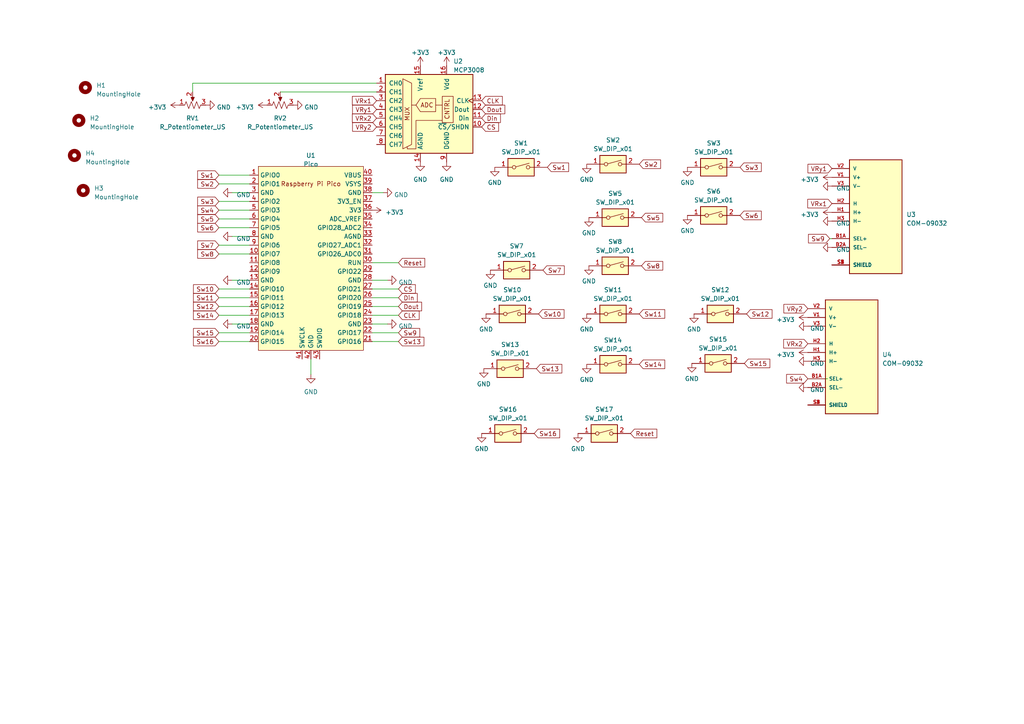
<source format=kicad_sch>
(kicad_sch (version 20230121) (generator eeschema)
  (paper "A4")
  (lib_symbols
    (symbol "Analog_ADC:MCP3008" (pin_names (offset 1.016))
      (property "Reference" "U" (at -5.08 13.335 0))
      (property "Value" "MCP3008" (at -5.08 11.43 0))
      (symbol "MCP3008_0_0"
        (text "ADC" (at -0.635 1.27 0) (effects (font (size 1.27 1.27))))
        (text "CNTRL" (at 5.969 -2.921 900) (effects (font (size 1.27 1.27)) (justify left bottom)))
        (text "MUX" (at -6.35 -1.27 900) (effects (font (size 1.27 1.27))))
      )
      (symbol "MCP3008_0_1"
        (polyline (pts (xy -3.81 1.27) (xy -5.08 1.27)))
        (polyline (pts (xy 1.905 1.27) (xy 3.81 1.27)))
        (polyline (pts (xy -7.62 8.89) (xy -7.62 -11.43) (xy -5.08 -10.16) (xy -5.08 7.62) (xy -7.62 8.89)))
        (polyline (pts (xy 3.81 -3.175) (xy -3.81 -3.175) (xy -3.81 -11.43) (xy -6.35 -11.43) (xy -6.35 -10.795)))
        (polyline (pts (xy 1.905 3.175) (xy 1.905 -0.635) (xy -2.54 -0.635) (xy -3.81 1.27) (xy -2.54 3.175) (xy 1.905 3.175)))
        (rectangle (start 3.81 -3.81) (end 6.985 3.81))
        (rectangle (start 12.7 -12.7) (end -12.7 10.16) (stroke (width 0.254)) (fill (type background)))
      )
      (symbol "MCP3008_1_1"
        (pin input line (at -15.24 7.62 0) (length 2.54) (name "CH0") (number "1"))
        (pin input line (at 15.24 -5.08 180) (length 2.54) (name "~{CS}/SHDN") (number "10"))
        (pin input line (at 15.24 -2.54 180) (length 2.54) (name "Din") (number "11"))
        (pin output line (at 15.24 0 180) (length 2.54) (name "Dout") (number "12"))
        (pin input clock (at 15.24 2.54 180) (length 2.54) (name "CLK") (number "13"))
        (pin power_in line (at -2.54 -15.24 90) (length 2.54) (name "AGND") (number "14"))
        (pin power_in line (at -2.54 12.7 270) (length 2.54) (name "Vref") (number "15"))
        (pin power_in line (at 5.08 12.7 270) (length 2.54) (name "Vdd") (number "16"))
        (pin input line (at -15.24 5.08 0) (length 2.54) (name "CH1") (number "2"))
        (pin input line (at -15.24 2.54 0) (length 2.54) (name "CH2") (number "3"))
        (pin input line (at -15.24 0 0) (length 2.54) (name "CH3") (number "4"))
        (pin input line (at -15.24 -2.54 0) (length 2.54) (name "CH4") (number "5"))
        (pin input line (at -15.24 -5.08 0) (length 2.54) (name "CH5") (number "6"))
        (pin input line (at -15.24 -7.62 0) (length 2.54) (name "CH6") (number "7"))
        (pin input line (at -15.24 -10.16 0) (length 2.54) (name "CH7") (number "8"))
        (pin power_in line (at 5.08 -15.24 90) (length 2.54) (name "DGND") (number "9"))
      )
    )
    (symbol "COM-09032:COM-09032" (pin_names (offset 1.016))
      (property "Reference" "U" (at -7.62 16.002 0))
      (property "Value" "COM-09032" (at -7.62 -20.32 0))
      (symbol "COM-09032_0_0"
        (rectangle (start -7.62 -17.78) (end 7.62 15.24) (stroke (width 0.254)) (fill (type background)))
        (pin passive line (at -12.7 -7.62 0) (length 5.08) (name "SEL+") (number "B1A"))
        (pin passive line (at -12.7 -10.16 0) (length 5.08) (name "SEL-") (number "B2A"))
        (pin passive line (at -12.7 0 0) (length 5.08) (name "H+") (number "H1"))
        (pin passive line (at -12.7 2.54 0) (length 5.08) (name "H") (number "H2"))
        (pin passive line (at -12.7 -2.54 0) (length 5.08) (name "H-") (number "H3"))
        (pin passive line (at -12.7 -15.24 0) (length 5.08) (name "SHIELD") (number "S1"))
        (pin passive line (at -12.7 -15.24 0) (length 5.08) (name "SHIELD") (number "S2"))
        (pin passive line (at -12.7 -15.24 0) (length 5.08) (name "SHIELD") (number "S3"))
        (pin passive line (at -12.7 -15.24 0) (length 5.08) (name "SHIELD") (number "S4"))
        (pin passive line (at -12.7 10.16 0) (length 5.08) (name "V+") (number "V1"))
        (pin passive line (at -12.7 12.7 0) (length 5.08) (name "V") (number "V2"))
        (pin passive line (at -12.7 7.62 0) (length 5.08) (name "V-") (number "V3"))
      )
    )
    (symbol "Device:R_Potentiometer_US" (pin_names (offset 1.016) hide)
      (property "Reference" "RV" (at -4.445 0 90))
      (property "Value" "R_Potentiometer_US" (at -2.54 0 90))
      (symbol "R_Potentiometer_US_0_1"
        (polyline (pts (xy 0 -2.286) (xy 0 -2.54)))
        (polyline (pts (xy 0 2.54) (xy 0 2.286)))
        (polyline (pts (xy 2.54 0) (xy 1.524 0)))
        (polyline (pts (xy 1.143 0) (xy 2.286 0.508) (xy 2.286 -0.508) (xy 1.143 0)) (fill (type outline)))
        (polyline (pts (xy 0 -0.762) (xy 1.016 -1.143) (xy 0 -1.524) (xy -1.016 -1.905) (xy 0 -2.286)))
        (polyline (pts (xy 0 0.762) (xy 1.016 0.381) (xy 0 0) (xy -1.016 -0.381) (xy 0 -0.762)))
        (polyline (pts (xy 0 2.286) (xy 1.016 1.905) (xy 0 1.524) (xy -1.016 1.143) (xy 0 0.762)))
      )
      (symbol "R_Potentiometer_US_1_1"
        (pin passive line (at 0 3.81 270) (length 1.27) (name "1") (number "1"))
        (pin passive line (at 3.81 0 180) (length 1.27) (name "2") (number "2"))
        (pin passive line (at 0 -3.81 90) (length 1.27) (name "3") (number "3"))
      )
    )
    (symbol "MCU_RaspberryPi_and_Boards:Pico"
      (property "Reference" "U" (at -13.97 27.94 0))
      (property "Value" "Pico" (at 0 19.05 0))
      (symbol "Pico_0_0"
        (text "Raspberry Pi Pico" (at 0 21.59 0) (effects (font (size 1.27 1.27))))
      )
      (symbol "Pico_0_1"
        (rectangle (start -15.24 26.67) (end 15.24 -26.67) (fill (type background)))
      )
      (symbol "Pico_1_1"
        (pin bidirectional line (at -17.78 24.13 0) (length 2.54) (name "GPIO0") (number "1"))
        (pin bidirectional line (at -17.78 1.27 0) (length 2.54) (name "GPIO7") (number "10"))
        (pin bidirectional line (at -17.78 -1.27 0) (length 2.54) (name "GPIO8") (number "11"))
        (pin bidirectional line (at -17.78 -3.81 0) (length 2.54) (name "GPIO9") (number "12"))
        (pin power_in line (at -17.78 -6.35 0) (length 2.54) (name "GND") (number "13"))
        (pin bidirectional line (at -17.78 -8.89 0) (length 2.54) (name "GPIO10") (number "14"))
        (pin bidirectional line (at -17.78 -11.43 0) (length 2.54) (name "GPIO11") (number "15"))
        (pin bidirectional line (at -17.78 -13.97 0) (length 2.54) (name "GPIO12") (number "16"))
        (pin bidirectional line (at -17.78 -16.51 0) (length 2.54) (name "GPIO13") (number "17"))
        (pin power_in line (at -17.78 -19.05 0) (length 2.54) (name "GND") (number "18"))
        (pin bidirectional line (at -17.78 -21.59 0) (length 2.54) (name "GPIO14") (number "19"))
        (pin bidirectional line (at -17.78 21.59 0) (length 2.54) (name "GPIO1") (number "2"))
        (pin bidirectional line (at -17.78 -24.13 0) (length 2.54) (name "GPIO15") (number "20"))
        (pin bidirectional line (at 17.78 -24.13 180) (length 2.54) (name "GPIO16") (number "21"))
        (pin bidirectional line (at 17.78 -21.59 180) (length 2.54) (name "GPIO17") (number "22"))
        (pin power_in line (at 17.78 -19.05 180) (length 2.54) (name "GND") (number "23"))
        (pin bidirectional line (at 17.78 -16.51 180) (length 2.54) (name "GPIO18") (number "24"))
        (pin bidirectional line (at 17.78 -13.97 180) (length 2.54) (name "GPIO19") (number "25"))
        (pin bidirectional line (at 17.78 -11.43 180) (length 2.54) (name "GPIO20") (number "26"))
        (pin bidirectional line (at 17.78 -8.89 180) (length 2.54) (name "GPIO21") (number "27"))
        (pin power_in line (at 17.78 -6.35 180) (length 2.54) (name "GND") (number "28"))
        (pin bidirectional line (at 17.78 -3.81 180) (length 2.54) (name "GPIO22") (number "29"))
        (pin power_in line (at -17.78 19.05 0) (length 2.54) (name "GND") (number "3"))
        (pin input line (at 17.78 -1.27 180) (length 2.54) (name "RUN") (number "30"))
        (pin bidirectional line (at 17.78 1.27 180) (length 2.54) (name "GPIO26_ADC0") (number "31"))
        (pin bidirectional line (at 17.78 3.81 180) (length 2.54) (name "GPIO27_ADC1") (number "32"))
        (pin power_in line (at 17.78 6.35 180) (length 2.54) (name "AGND") (number "33"))
        (pin bidirectional line (at 17.78 8.89 180) (length 2.54) (name "GPIO28_ADC2") (number "34"))
        (pin power_in line (at 17.78 11.43 180) (length 2.54) (name "ADC_VREF") (number "35"))
        (pin power_in line (at 17.78 13.97 180) (length 2.54) (name "3V3") (number "36"))
        (pin input line (at 17.78 16.51 180) (length 2.54) (name "3V3_EN") (number "37"))
        (pin bidirectional line (at 17.78 19.05 180) (length 2.54) (name "GND") (number "38"))
        (pin power_in line (at 17.78 21.59 180) (length 2.54) (name "VSYS") (number "39"))
        (pin bidirectional line (at -17.78 16.51 0) (length 2.54) (name "GPIO2") (number "4"))
        (pin power_in line (at 17.78 24.13 180) (length 2.54) (name "VBUS") (number "40"))
        (pin input line (at -2.54 -29.21 90) (length 2.54) (name "SWCLK") (number "41"))
        (pin power_in line (at 0 -29.21 90) (length 2.54) (name "GND") (number "42"))
        (pin bidirectional line (at 2.54 -29.21 90) (length 2.54) (name "SWDIO") (number "43"))
        (pin bidirectional line (at -17.78 13.97 0) (length 2.54) (name "GPIO3") (number "5"))
        (pin bidirectional line (at -17.78 11.43 0) (length 2.54) (name "GPIO4") (number "6"))
        (pin bidirectional line (at -17.78 8.89 0) (length 2.54) (name "GPIO5") (number "7"))
        (pin power_in line (at -17.78 6.35 0) (length 2.54) (name "GND") (number "8"))
        (pin bidirectional line (at -17.78 3.81 0) (length 2.54) (name "GPIO6") (number "9"))
      )
    )
    (symbol "Mechanical:MountingHole" (pin_names (offset 1.016))
      (property "Reference" "H" (at 0 5.08 0))
      (property "Value" "MountingHole" (at 0 3.175 0))
      (symbol "MountingHole_0_1"
        (circle (center 0 0) (radius 1.27) (stroke (width 1.27)))
      )
    )
    (symbol "Switch:SW_DIP_x01" (pin_names (offset 0) hide)
      (property "Reference" "SW" (at 0 3.81 0))
      (property "Value" "SW_DIP_x01" (at 0 -3.81 0))
      (symbol "SW_DIP_x01_0_0"
        (circle (center -2.032 0) (radius 0.508))
        (polyline (pts (xy -1.524 0.127) (xy 2.3622 1.1684)))
        (circle (center 2.032 0) (radius 0.508))
      )
      (symbol "SW_DIP_x01_0_1"
        (rectangle (start -3.81 2.54) (end 3.81 -2.54) (stroke (width 0.254)) (fill (type background)))
      )
      (symbol "SW_DIP_x01_1_1"
        (pin passive line (at -7.62 0 0) (length 5.08) (name "~") (number "1"))
        (pin passive line (at 7.62 0 180) (length 5.08) (name "~") (number "2"))
      )
    )
    (symbol "power:+3V3" (power) (pin_names (offset 0))
      (property "Value" "+3V3" (at 0 3.556 0))
      (symbol "+3V3_0_1"
        (polyline (pts (xy -0.762 1.27) (xy 0 2.54)))
        (polyline (pts (xy 0 0) (xy 0 2.54)))
        (polyline (pts (xy 0 2.54) (xy 0.762 1.27)))
      )
      (symbol "+3V3_1_1"
        (pin power_in line (at 0 0 90) (length 0) hide (name "+3V3") (number "1"))
      )
    )
    (symbol "power:GND" (power) (pin_names (offset 0))
      (property "Value" "GND" (at 0 -3.81 0))
      (symbol "GND_0_1"
        (polyline (pts (xy 0 0) (xy 0 -1.27) (xy 1.27 -1.27) (xy 0 -2.54) (xy -1.27 -1.27) (xy 0 -1.27)))
      )
      (symbol "GND_1_1"
        (pin power_in line (at 0 0 270) (length 0) hide (name "GND") (number "1"))
      )
    )
  )
  (wire (pts (xy 107.95 55.88) (xy 111.125 55.88)))
  (wire (pts (xy 63.5 91.44) (xy 72.39 91.44)))
  (wire (pts (xy 67.31 81.28) (xy 72.39 81.28)))
  (wire (pts (xy 234.315 109.855) (xy 240.03 109.855)))
  (wire (pts (xy 107.95 83.82) (xy 115.57 83.82)))
  (wire (pts (xy 107.95 81.28) (xy 112.395 81.28)))
  (wire (pts (xy 63.5 88.9) (xy 72.39 88.9)))
  (wire (pts (xy 63.5 50.8) (xy 72.39 50.8)))
  (wire (pts (xy 67.31 68.58) (xy 72.39 68.58)))
  (wire (pts (xy 107.95 99.06) (xy 115.57 99.06)))
  (wire (pts (xy 63.5 86.36) (xy 72.39 86.36)))
  (wire (pts (xy 55.88 24.13) (xy 109.22 24.13)))
  (wire (pts (xy 63.5 63.5) (xy 72.39 63.5)))
  (wire (pts (xy 90.17 104.14) (xy 90.17 108.585)))
  (wire (pts (xy 107.95 96.52) (xy 115.57 96.52)))
  (wire (pts (xy 63.5 58.42) (xy 72.39 58.42)))
  (wire (pts (xy 55.88 26.67) (xy 55.88 24.13)))
  (wire (pts (xy 81.28 26.67) (xy 109.22 26.67)))
  (wire (pts (xy 67.31 93.98) (xy 72.39 93.98)))
  (wire (pts (xy 63.5 83.82) (xy 72.39 83.82)))
  (wire (pts (xy 63.5 53.34) (xy 72.39 53.34)))
  (wire (pts (xy 63.5 71.12) (xy 72.39 71.12)))
  (wire (pts (xy 63.5 60.96) (xy 72.39 60.96)))
  (wire (pts (xy 240.665 69.215) (xy 241.3 69.215)))
  (wire (pts (xy 63.5 96.52) (xy 72.39 96.52)))
  (wire (pts (xy 115.57 91.44) (xy 107.95 91.44)))
  (wire (pts (xy 67.31 55.88) (xy 72.39 55.88)))
  (wire (pts (xy 63.5 99.06) (xy 72.39 99.06)))
  (wire (pts (xy 107.95 93.98) (xy 112.395 93.98)))
  (wire (pts (xy 107.95 76.2) (xy 115.57 76.2)))
  (wire (pts (xy 107.95 86.36) (xy 115.57 86.36)))
  (wire (pts (xy 107.95 88.9) (xy 115.57 88.9)))
  (wire (pts (xy 63.5 66.04) (xy 72.39 66.04)))
  (wire (pts (xy 63.5 73.66) (xy 72.39 73.66)))
  (global_label "Sw9" (shape input) (at 240.665 69.215 180) (property "Intersheetrefs" "${INTERSHEET_REFS}" (effects hide)))
  (global_label "Sw12" (shape input) (at 63.5 88.9 180) (property "Intersheetrefs" "${INTERSHEET_REFS}" (effects hide)))
  (global_label "Sw4" (shape input) (at 234.315 109.855 180) (property "Intersheetrefs" "${INTERSHEET_REFS}" (effects hide)))
  (global_label "Sw14" (shape input) (at 63.5 91.44 180) (property "Intersheetrefs" "${INTERSHEET_REFS}" (effects hide)))
  (global_label "Sw16" (shape input) (at 154.94 125.73 0) (property "Intersheetrefs" "${INTERSHEET_REFS}" (effects hide)))
  (global_label "CLK" (shape input) (at 115.57 91.44 0) (property "Intersheetrefs" "${INTERSHEET_REFS}" (effects hide)))
  (global_label "Sw3" (shape input) (at 214.63 48.514 0) (property "Intersheetrefs" "${INTERSHEET_REFS}" (effects hide)))
  (global_label "Sw2" (shape input) (at 185.42 47.625 0) (property "Intersheetrefs" "${INTERSHEET_REFS}" (effects hide)))
  (global_label "Sw8" (shape input) (at 186.055 77.089 0) (property "Intersheetrefs" "${INTERSHEET_REFS}" (effects hide)))
  (global_label "Sw13" (shape input) (at 155.575 106.934 0) (property "Intersheetrefs" "${INTERSHEET_REFS}" (effects hide)))
  (global_label "Sw6" (shape input) (at 63.5 66.04 180) (property "Intersheetrefs" "${INTERSHEET_REFS}" (effects hide)))
  (global_label "CLK" (shape input) (at 139.7 29.21 0) (property "Intersheetrefs" "${INTERSHEET_REFS}" (effects hide)))
  (global_label "Din" (shape input) (at 139.7 34.29 0) (property "Intersheetrefs" "${INTERSHEET_REFS}" (effects hide)))
  (global_label "Sw8" (shape input) (at 63.5 73.66 180) (property "Intersheetrefs" "${INTERSHEET_REFS}" (effects hide)))
  (global_label "VRy2" (shape input) (at 234.315 89.535 180) (property "Intersheetrefs" "${INTERSHEET_REFS}" (effects hide)))
  (global_label "Sw9" (shape input) (at 115.57 96.52 0) (property "Intersheetrefs" "${INTERSHEET_REFS}" (effects hide)))
  (global_label "Sw7" (shape input) (at 157.48 78.359 0) (property "Intersheetrefs" "${INTERSHEET_REFS}" (effects hide)))
  (global_label "Sw11" (shape input) (at 185.42 91.059 0) (property "Intersheetrefs" "${INTERSHEET_REFS}" (effects hide)))
  (global_label "VRy1" (shape input) (at 241.3 48.895 180) (property "Intersheetrefs" "${INTERSHEET_REFS}" (effects hide)))
  (global_label "VRx1" (shape input) (at 109.22 29.21 180) (property "Intersheetrefs" "${INTERSHEET_REFS}" (effects hide)))
  (global_label "VRy2" (shape input) (at 109.22 36.83 180) (property "Intersheetrefs" "${INTERSHEET_REFS}" (effects hide)))
  (global_label "Sw15" (shape input) (at 215.9 105.41 0) (property "Intersheetrefs" "${INTERSHEET_REFS}" (effects hide)))
  (global_label "Sw3" (shape input) (at 63.5 58.42 180) (property "Intersheetrefs" "${INTERSHEET_REFS}" (effects hide)))
  (global_label "Sw7" (shape input) (at 63.5 71.12 180) (property "Intersheetrefs" "${INTERSHEET_REFS}" (effects hide)))
  (global_label "VRx1" (shape input) (at 241.3 59.055 180) (property "Intersheetrefs" "${INTERSHEET_REFS}" (effects hide)))
  (global_label "Sw16" (shape input) (at 63.5 99.06 180) (property "Intersheetrefs" "${INTERSHEET_REFS}" (effects hide)))
  (global_label "Sw2" (shape input) (at 63.5 53.34 180) (property "Intersheetrefs" "${INTERSHEET_REFS}" (effects hide)))
  (global_label "Sw1" (shape input) (at 158.75 48.514 0) (property "Intersheetrefs" "${INTERSHEET_REFS}" (effects hide)))
  (global_label "Din" (shape input) (at 115.57 86.36 0) (property "Intersheetrefs" "${INTERSHEET_REFS}" (effects hide)))
  (global_label "CS" (shape input) (at 115.57 83.82 0) (property "Intersheetrefs" "${INTERSHEET_REFS}" (effects hide)))
  (global_label "Sw10" (shape input) (at 63.5 83.82 180) (property "Intersheetrefs" "${INTERSHEET_REFS}" (effects hide)))
  (global_label "Sw11" (shape input) (at 63.5 86.36 180) (property "Intersheetrefs" "${INTERSHEET_REFS}" (effects hide)))
  (global_label "Reset" (shape input) (at 182.88 125.73 0) (property "Intersheetrefs" "${INTERSHEET_REFS}" (effects hide)))
  (global_label "VRx2" (shape input) (at 234.315 99.695 180) (property "Intersheetrefs" "${INTERSHEET_REFS}" (effects hide)))
  (global_label "Sw14" (shape input) (at 185.42 105.664 0) (property "Intersheetrefs" "${INTERSHEET_REFS}" (effects hide)))
  (global_label "VRy1" (shape input) (at 109.22 31.75 180) (property "Intersheetrefs" "${INTERSHEET_REFS}" (effects hide)))
  (global_label "Sw13" (shape input) (at 115.57 99.06 0) (property "Intersheetrefs" "${INTERSHEET_REFS}" (effects hide)))
  (global_label "Dout" (shape input) (at 115.57 88.9 0) (property "Intersheetrefs" "${INTERSHEET_REFS}" (effects hide)))
  (global_label "VRx2" (shape input) (at 109.22 34.29 180) (property "Intersheetrefs" "${INTERSHEET_REFS}" (effects hide)))
  (global_label "Sw6" (shape input) (at 214.63 62.484 0) (property "Intersheetrefs" "${INTERSHEET_REFS}" (effects hide)))
  (global_label "Reset" (shape input) (at 115.57 76.2 0) (property "Intersheetrefs" "${INTERSHEET_REFS}" (effects hide)))
  (global_label "Dout" (shape input) (at 139.7 31.75 0) (property "Intersheetrefs" "${INTERSHEET_REFS}" (effects hide)))
  (global_label "Sw1" (shape input) (at 63.5 50.8 180) (property "Intersheetrefs" "${INTERSHEET_REFS}" (effects hide)))
  (global_label "Sw12" (shape input) (at 216.535 91.059 0) (property "Intersheetrefs" "${INTERSHEET_REFS}" (effects hide)))
  (global_label "Sw10" (shape input) (at 156.21 91.059 0) (property "Intersheetrefs" "${INTERSHEET_REFS}" (effects hide)))
  (global_label "Sw4" (shape input) (at 63.5 60.96 180) (property "Intersheetrefs" "${INTERSHEET_REFS}" (effects hide)))
  (global_label "Sw15" (shape input) (at 63.5 96.52 180) (property "Intersheetrefs" "${INTERSHEET_REFS}" (effects hide)))
  (global_label "CS" (shape input) (at 139.7 36.83 0) (property "Intersheetrefs" "${INTERSHEET_REFS}" (effects hide)))
  (global_label "Sw5" (shape input) (at 63.5 63.5 180) (property "Intersheetrefs" "${INTERSHEET_REFS}" (effects hide)))
  (global_label "Sw5" (shape input) (at 186.055 63.119 0) (property "Intersheetrefs" "${INTERSHEET_REFS}" (effects hide)))
  (symbol (lib_id "Device:R_Potentiometer_US") (at 81.28 30.48 90) (unit 1)
    (property "Reference" "RV2" (at 81.28 34.29 90))
    (property "Value" "R_Potentiometer_US" (at 81.28 36.83 90))
    (property "Footprint" "Linear Pot:TRIM_PTA4543-2015DPB103" (effects hide))
  )
  (symbol (lib_id "power:GND") (at 241.3 53.975 270) (unit 1)
    (property "Reference" "#PWR033" (effects hide))
    (property "Value" "GND" (at 242.57 54.61 90) (effects (justify left)))
  )
  (symbol (lib_id "power:+3V3") (at 234.315 102.235 90) (mirror x) (unit 1)
    (property "Reference" "#PWR040" (effects hide))
    (property "Value" "+3V3" (at 230.505 102.87 90) (effects (justify left)))
  )
  (symbol (lib_id "power:GND") (at 121.92 46.99 0) (unit 1)
    (property "Reference" "#PWR041" (effects hide))
    (property "Value" "GND" (at 121.92 52.07 0))
  )
  (symbol (lib_id "Switch:SW_DIP_x01") (at 147.955 106.934 0) (unit 1)
    (property "Reference" "SW13" (at 147.955 99.949 0))
    (property "Value" "SW_DIP_x01" (at 147.955 102.489 0))
    (property "Footprint" "KeyboardSwitch:SW_Cherry_MX_1.00u_PCB" (effects hide))
  )
  (symbol (lib_id "power:GND") (at 111.125 55.88 90) (unit 1)
    (property "Reference" "#PWR01" (effects hide))
    (property "Value" "GND" (at 114.3 56.515 90) (effects (justify right)))
  )
  (symbol (lib_id "power:GND") (at 67.31 81.28 270) (unit 1)
    (property "Reference" "#PWR024" (effects hide))
    (property "Value" "GND" (at 68.58 81.915 90) (effects (justify left)))
  )
  (symbol (lib_id "Switch:SW_DIP_x01") (at 177.8 105.664 0) (unit 1)
    (property "Reference" "SW14" (at 177.8 98.679 0))
    (property "Value" "SW_DIP_x01" (at 177.8 101.219 0))
    (property "Footprint" "KeyboardSwitch:SW_Cherry_MX_1.00u_PCB" (effects hide))
  )
  (symbol (lib_id "power:GND") (at 140.97 91.059 0) (unit 1)
    (property "Reference" "#PWR013" (effects hide))
    (property "Value" "GND" (at 140.97 95.504 0))
  )
  (symbol (lib_id "power:GND") (at 170.815 63.119 0) (unit 1)
    (property "Reference" "#PWR08" (effects hide))
    (property "Value" "GND" (at 170.815 67.564 0))
  )
  (symbol (lib_id "power:GND") (at 167.64 125.73 0) (unit 1)
    (property "Reference" "#PWR020" (effects hide))
    (property "Value" "GND" (at 167.64 130.175 0))
  )
  (symbol (lib_id "power:+3V3") (at 234.315 92.075 90) (mirror x) (unit 1)
    (property "Reference" "#PWR039" (effects hide))
    (property "Value" "+3V3" (at 230.505 92.71 90) (effects (justify left)))
  )
  (symbol (lib_id "Mechanical:MountingHole") (at 21.59 45.085 0) (unit 1)
    (property "Reference" "H4" (at 24.765 44.45 0) (effects (justify left)))
    (property "Value" "MountingHole" (at 24.765 46.99 0) (effects (justify left)))
  )
  (symbol (lib_id "Switch:SW_DIP_x01") (at 178.435 77.089 0) (unit 1)
    (property "Reference" "SW8" (at 178.435 70.104 0))
    (property "Value" "SW_DIP_x01" (at 178.435 72.644 0))
    (property "Footprint" "KeyboardSwitch:SW_Cherry_MX_1.00u_PCB" (effects hide))
  )
  (symbol (lib_id "power:GND") (at 234.315 112.395 270) (unit 1)
    (property "Reference" "#PWR036" (effects hide))
    (property "Value" "GND" (at 234.95 113.03 90) (effects (justify left)))
  )
  (symbol (lib_id "power:GND") (at 140.335 106.934 0) (unit 1)
    (property "Reference" "#PWR016" (effects hide))
    (property "Value" "GND" (at 140.335 111.379 0))
  )
  (symbol (lib_id "MCU_RaspberryPi_and_Boards:Pico") (at 90.17 74.93 0) (unit 1)
    (property "Reference" "U1" (at 90.17 45.085 0))
    (property "Value" "Pico" (at 90.17 47.625 0))
    (property "Footprint" "MCU_RaspberryPi_and_Boards:RPi_Pico_SMD_TH" (effects hide))
  )
  (symbol (lib_id "Switch:SW_DIP_x01") (at 178.435 63.119 0) (unit 1)
    (property "Reference" "SW5" (at 178.435 56.134 0))
    (property "Value" "SW_DIP_x01" (at 178.435 58.674 0))
    (property "Footprint" "KeyboardSwitch:SW_Cherry_MX_1.00u_PCB" (effects hide))
  )
  (symbol (lib_id "power:+3V3") (at 107.95 60.96 270) (unit 1)
    (property "Reference" "#PWR021" (effects hide))
    (property "Value" "+3V3" (at 111.76 61.595 90) (effects (justify left)))
  )
  (symbol (lib_id "power:GND") (at 241.3 71.755 270) (unit 1)
    (property "Reference" "#PWR031" (effects hide))
    (property "Value" "GND" (at 242.57 72.39 90) (effects (justify left)))
  )
  (symbol (lib_id "Mechanical:MountingHole") (at 24.13 55.245 0) (unit 1)
    (property "Reference" "H3" (at 27.305 54.61 0) (effects (justify left)))
    (property "Value" "MountingHole" (at 27.305 57.15 0) (effects (justify left)))
  )
  (symbol (lib_id "power:GND") (at 241.3 64.135 270) (unit 1)
    (property "Reference" "#PWR032" (effects hide))
    (property "Value" "GND" (at 242.57 64.77 90) (effects (justify left)))
  )
  (symbol (lib_id "power:+3V3") (at 129.54 19.05 0) (unit 1)
    (property "Reference" "#PWR012" (effects hide))
    (property "Value" "+3V3" (at 129.54 15.24 0))
  )
  (symbol (lib_id "Switch:SW_DIP_x01") (at 177.8 91.059 0) (unit 1)
    (property "Reference" "SW11" (at 177.8 84.074 0))
    (property "Value" "SW_DIP_x01" (at 177.8 86.614 0))
    (property "Footprint" "KeyboardSwitch:SW_Cherry_MX_1.00u_PCB" (effects hide))
  )
  (symbol (lib_id "power:+3V3") (at 77.47 30.48 90) (mirror x) (unit 1)
    (property "Reference" "#PWR022" (effects hide))
    (property "Value" "+3V3" (at 73.66 31.115 90) (effects (justify left)))
  )
  (symbol (lib_id "Switch:SW_DIP_x01") (at 147.32 125.73 0) (unit 1)
    (property "Reference" "SW16" (at 147.32 118.745 0))
    (property "Value" "SW_DIP_x01" (at 147.32 121.285 0))
    (property "Footprint" "KeyboardSwitch:SW_Cherry_MX_1.00u_PCB" (effects hide))
  )
  (symbol (lib_id "power:GND") (at 170.18 47.625 0) (unit 1)
    (property "Reference" "#PWR05" (effects hide))
    (property "Value" "GND" (at 170.18 52.07 0))
  )
  (symbol (lib_id "power:GND") (at 129.54 46.99 0) (unit 1)
    (property "Reference" "#PWR043" (effects hide))
    (property "Value" "GND" (at 129.54 52.07 0))
  )
  (symbol (lib_id "Switch:SW_DIP_x01") (at 208.28 105.41 0) (unit 1)
    (property "Reference" "SW15" (at 208.28 98.425 0))
    (property "Value" "SW_DIP_x01" (at 208.28 100.965 0))
    (property "Footprint" "KeyboardSwitch:SW_Cherry_MX_1.00u_PCB" (effects hide))
  )
  (symbol (lib_id "power:GND") (at 67.31 55.88 270) (unit 1)
    (property "Reference" "#PWR03" (effects hide))
    (property "Value" "GND" (at 68.58 56.515 90) (effects (justify left)))
  )
  (symbol (lib_id "Switch:SW_DIP_x01") (at 149.86 78.359 0) (unit 1)
    (property "Reference" "SW7" (at 149.86 71.374 0))
    (property "Value" "SW_DIP_x01" (at 149.86 73.914 0))
    (property "Footprint" "KeyboardSwitch:SW_Cherry_MX_1.00u_PCB" (effects hide))
  )
  (symbol (lib_id "power:GND") (at 199.39 48.514 0) (unit 1)
    (property "Reference" "#PWR06" (effects hide))
    (property "Value" "GND" (at 199.39 52.959 0))
  )
  (symbol (lib_id "Switch:SW_DIP_x01") (at 175.26 125.73 0) (unit 1)
    (property "Reference" "SW17" (at 175.26 118.745 0))
    (property "Value" "SW_DIP_x01" (at 175.26 121.285 0))
    (property "Footprint" "Button_Switch_THT:SW_PUSH_6mm" (effects hide))
  )
  (symbol (lib_id "power:GND") (at 85.09 30.48 90) (unit 1)
    (property "Reference" "#PWR029" (effects hide))
    (property "Value" "GND" (at 88.265 31.115 90) (effects (justify right)))
  )
  (symbol (lib_id "Switch:SW_DIP_x01") (at 207.01 62.484 0) (unit 1)
    (property "Reference" "SW6" (at 207.01 55.499 0))
    (property "Value" "SW_DIP_x01" (at 207.01 58.039 0))
    (property "Footprint" "KeyboardSwitch:SW_Cherry_MX_1.00u_PCB" (effects hide))
  )
  (symbol (lib_id "power:GND") (at 170.815 77.089 0) (unit 1)
    (property "Reference" "#PWR011" (effects hide))
    (property "Value" "GND" (at 170.815 81.534 0))
  )
  (symbol (lib_id "Mechanical:MountingHole") (at 22.86 34.925 0) (unit 1)
    (property "Reference" "H2" (at 26.035 34.29 0) (effects (justify left)))
    (property "Value" "MountingHole" (at 26.035 36.83 0) (effects (justify left)))
  )
  (symbol (lib_id "Switch:SW_DIP_x01") (at 151.13 48.514 0) (unit 1)
    (property "Reference" "SW1" (at 151.13 41.529 0))
    (property "Value" "SW_DIP_x01" (at 151.13 44.069 0))
    (property "Footprint" "KeyboardSwitch:SW_Cherry_MX_1.00u_PCB" (effects hide))
  )
  (symbol (lib_id "Switch:SW_DIP_x01") (at 207.01 48.514 0) (unit 1)
    (property "Reference" "SW3" (at 207.01 41.529 0))
    (property "Value" "SW_DIP_x01" (at 207.01 44.069 0))
    (property "Footprint" "KeyboardSwitch:SW_Cherry_MX_1.00u_PCB" (effects hide))
  )
  (symbol (lib_id "power:GND") (at 143.51 48.514 0) (unit 1)
    (property "Reference" "#PWR04" (effects hide))
    (property "Value" "GND" (at 143.51 52.959 0))
  )
  (symbol (lib_id "power:GND") (at 234.315 104.775 270) (unit 1)
    (property "Reference" "#PWR035" (effects hide))
    (property "Value" "GND" (at 234.95 105.41 90) (effects (justify left)))
  )
  (symbol (lib_id "power:GND") (at 112.395 81.28 90) (unit 1)
    (property "Reference" "#PWR025" (effects hide))
    (property "Value" "GND" (at 115.57 81.915 90) (effects (justify right)))
  )
  (symbol (lib_id "Analog_ADC:MCP3008") (at 124.46 31.75 0) (unit 1)
    (property "Reference" "U2" (at 131.4959 17.78 0) (effects (justify left)))
    (property "Value" "MCP3008" (at 131.4959 20.32 0) (effects (justify left)))
    (property "Footprint" "Package_DIP:DIP-16_W7.62mm" (effects hide))
    (property "Datasheet" "http://ww1.microchip.com/downloads/en/DeviceDoc/21295d.pdf" (effects hide))
  )
  (symbol (lib_id "power:GND") (at 112.395 93.98 90) (unit 1)
    (property "Reference" "#PWR026" (effects hide))
    (property "Value" "GND" (at 115.57 94.615 90) (effects (justify right)))
  )
  (symbol (lib_id "Mechanical:MountingHole") (at 24.765 25.4 0) (unit 1)
    (property "Reference" "H1" (at 27.94 24.765 0) (effects (justify left)))
    (property "Value" "MountingHole" (at 27.94 27.305 0) (effects (justify left)))
  )
  (symbol (lib_id "power:+3V3") (at 241.3 61.595 90) (mirror x) (unit 1)
    (property "Reference" "#PWR038" (effects hide))
    (property "Value" "+3V3" (at 237.49 62.23 90) (effects (justify left)))
  )
  (symbol (lib_id "power:GND") (at 199.39 62.484 0) (unit 1)
    (property "Reference" "#PWR09" (effects hide))
    (property "Value" "GND" (at 199.39 66.929 0))
  )
  (symbol (lib_id "power:GND") (at 170.18 105.664 0) (unit 1)
    (property "Reference" "#PWR017" (effects hide))
    (property "Value" "GND" (at 170.18 110.109 0))
  )
  (symbol (lib_id "power:GND") (at 142.24 78.359 0) (unit 1)
    (property "Reference" "#PWR010" (effects hide))
    (property "Value" "GND" (at 142.24 82.804 0))
  )
  (symbol (lib_id "power:GND") (at 67.31 93.98 270) (unit 1)
    (property "Reference" "#PWR027" (effects hide))
    (property "Value" "GND" (at 68.58 94.615 90) (effects (justify left)))
  )
  (symbol (lib_id "Switch:SW_DIP_x01") (at 177.8 47.625 0) (unit 1)
    (property "Reference" "SW2" (at 177.8 40.64 0))
    (property "Value" "SW_DIP_x01" (at 177.8 43.18 0))
    (property "Footprint" "KeyboardSwitch:SW_Cherry_MX_1.00u_PCB" (effects hide))
  )
  (symbol (lib_id "power:GND") (at 170.18 91.059 0) (unit 1)
    (property "Reference" "#PWR014" (effects hide))
    (property "Value" "GND" (at 170.18 95.504 0))
  )
  (symbol (lib_id "Switch:SW_DIP_x01") (at 208.915 91.059 0) (unit 1)
    (property "Reference" "SW12" (at 208.915 84.074 0))
    (property "Value" "SW_DIP_x01" (at 208.915 86.614 0))
    (property "Footprint" "KeyboardSwitch:SW_Cherry_MX_1.00u_PCB" (effects hide))
  )
  (symbol (lib_id "power:GND") (at 90.17 108.585 0) (unit 1)
    (property "Reference" "#PWR02" (effects hide))
    (property "Value" "GND" (at 90.17 113.665 0))
  )
  (symbol (lib_id "power:GND") (at 201.295 91.059 0) (unit 1)
    (property "Reference" "#PWR015" (effects hide))
    (property "Value" "GND" (at 201.295 95.504 0))
  )
  (symbol (lib_id "power:GND") (at 234.315 94.615 270) (unit 1)
    (property "Reference" "#PWR034" (effects hide))
    (property "Value" "GND" (at 234.95 95.25 90) (effects (justify left)))
  )
  (symbol (lib_id "Switch:SW_DIP_x01") (at 148.59 91.059 0) (unit 1)
    (property "Reference" "SW10" (at 148.59 84.074 0))
    (property "Value" "SW_DIP_x01" (at 148.59 86.614 0))
    (property "Footprint" "KeyboardSwitch:SW_Cherry_MX_1.00u_PCB" (effects hide))
  )
  (symbol (lib_id "power:+3V3") (at 52.07 30.48 90) (mirror x) (unit 1)
    (property "Reference" "#PWR028" (effects hide))
    (property "Value" "+3V3" (at 48.26 31.115 90) (effects (justify left)))
  )
  (symbol (lib_id "COM-09032:COM-09032") (at 247.015 102.235 0) (unit 1)
    (property "Reference" "U4" (at 255.905 102.87 0) (effects (justify left)))
    (property "Value" "COM-09032" (at 255.905 105.41 0) (effects (justify left)))
    (property "Footprint" "Joystick:XDCR_COM-09032" (effects hide))
    (property "STANDARD" "Manufacturer Recommendations" (effects hide))
    (property "PARTREV" "N/A" (effects hide))
    (property "MANUFACTURER" "SparkFun Electronics" (effects hide))
    (property "MAXIMUM_PACKAGE_HEIGHT" "30.1mm" (effects hide))
  )
  (symbol (lib_id "power:GND") (at 67.31 68.58 270) (unit 1)
    (property "Reference" "#PWR023" (effects hide))
    (property "Value" "GND" (at 68.58 69.215 90) (effects (justify left)))
  )
  (symbol (lib_id "power:+3V3") (at 121.92 19.05 0) (unit 1)
    (property "Reference" "#PWR07" (effects hide))
    (property "Value" "+3V3" (at 121.92 15.24 0))
  )
  (symbol (lib_id "power:GND") (at 59.69 30.48 90) (unit 1)
    (property "Reference" "#PWR030" (effects hide))
    (property "Value" "GND" (at 62.865 31.115 90) (effects (justify right)))
  )
  (symbol (lib_id "power:GND") (at 139.7 125.73 0) (unit 1)
    (property "Reference" "#PWR019" (effects hide))
    (property "Value" "GND" (at 139.7 130.175 0))
  )
  (symbol (lib_id "Device:R_Potentiometer_US") (at 55.88 30.48 90) (unit 1)
    (property "Reference" "RV1" (at 55.88 34.29 90))
    (property "Value" "R_Potentiometer_US" (at 55.88 36.83 90))
    (property "Footprint" "Linear Pot:TRIM_PTA4543-2015DPB103" (effects hide))
  )
  (symbol (lib_id "power:GND") (at 200.66 105.41 0) (unit 1)
    (property "Reference" "#PWR018" (effects hide))
    (property "Value" "GND" (at 200.66 109.855 0))
  )
  (symbol (lib_id "power:+3V3") (at 241.3 51.435 90) (mirror x) (unit 1)
    (property "Reference" "#PWR037" (effects hide))
    (property "Value" "+3V3" (at 237.49 52.07 90) (effects (justify left)))
  )
  (symbol (lib_id "COM-09032:COM-09032") (at 254 61.595 0) (unit 1)
    (property "Reference" "U3" (at 262.89 62.23 0) (effects (justify left)))
    (property "Value" "COM-09032" (at 262.89 64.77 0) (effects (justify left)))
    (property "Footprint" "Joystick:XDCR_COM-09032" (effects hide))
    (property "STANDARD" "Manufacturer Recommendations" (effects hide))
    (property "PARTREV" "N/A" (effects hide))
    (property "MANUFACTURER" "SparkFun Electronics" (effects hide))
    (property "MAXIMUM_PACKAGE_HEIGHT" "30.1mm" (effects hide))
  )
)
</source>
